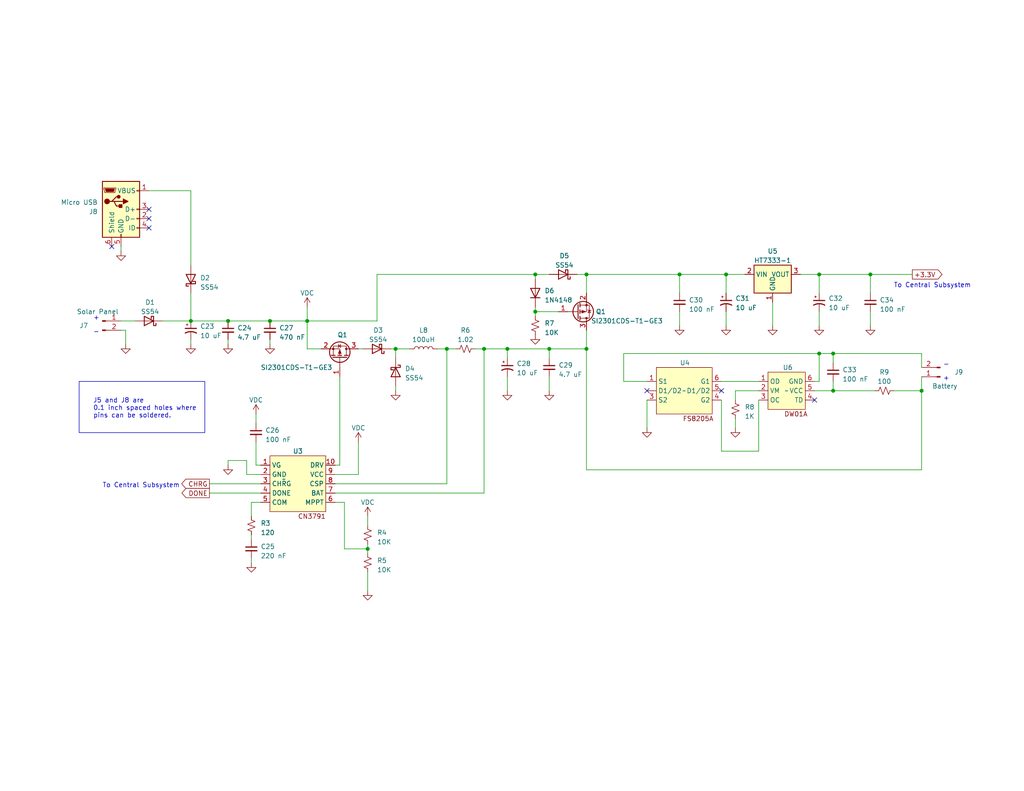
<source format=kicad_sch>
(kicad_sch (version 20230121) (generator eeschema)
  (paper "USLetter")
  (title_block (title "Power Subsystem") (date "2023-09-21") (rev "A.1") (company "NSE Labs"))
  (lib_symbols
    (symbol "Connector:Conn_01x02_Pin" (pin_names (offset 1.016) hide)
      (property "Reference" "J" (at 0 2.54 0))
      (property "Value" "Conn_01x02_Pin" (at 0 -5.08 0))
      (symbol "Conn_01x02_Pin_1_1"
        (polyline (pts (xy 1.27 -2.54) (xy 0.8636 -2.54)) (stroke (width 0.1524)))
        (polyline (pts (xy 1.27 0) (xy 0.8636 0)) (stroke (width 0.1524)))
        (rectangle (start 0.8636 -2.413) (end 0 -2.667) (stroke (width 0.1524)) (fill (type outline)))
        (rectangle (start 0.8636 0.127) (end 0 -0.127) (stroke (width 0.1524)) (fill (type outline)))
        (pin passive line (at 5.08 0 180) (length 3.81) (name "Pin_1") (number "1"))
        (pin passive line (at 5.08 -2.54 180) (length 3.81) (name "Pin_2") (number "2"))
      )
    )
    (symbol "Connector:USB_B_Micro" (pin_names (offset 1.016))
      (property "Reference" "J" (at -5.08 11.43 0))
      (property "Value" "USB_B_Micro" (at -5.08 8.89 0))
      (symbol "USB_B_Micro_0_1"
        (rectangle (start -5.08 -7.62) (end 5.08 7.62) (stroke (width 0.254)) (fill (type background)))
        (circle (center -3.81 2.159) (radius 0.635) (stroke (width 0.254)) (fill (type outline)))
        (circle (center -0.635 3.429) (radius 0.381) (stroke (width 0.254)) (fill (type outline)))
        (rectangle (start -0.127 -7.62) (end 0.127 -6.858))
        (polyline (pts (xy -1.905 2.159) (xy 0.635 2.159)) (stroke (width 0.254)))
        (polyline (pts (xy -3.175 2.159) (xy -2.54 2.159) (xy -1.27 3.429) (xy -0.635 3.429)) (stroke (width 0.254)))
        (polyline (pts (xy -2.54 2.159) (xy -1.905 2.159) (xy -1.27 0.889) (xy 0 0.889)) (stroke (width 0.254)))
        (polyline (pts (xy 0.635 2.794) (xy 0.635 1.524) (xy 1.905 2.159) (xy 0.635 2.794)) (stroke (width 0.254)) (fill (type outline)))
        (polyline (pts (xy -4.318 5.588) (xy -1.778 5.588) (xy -2.032 4.826) (xy -4.064 4.826) (xy -4.318 5.588)) (fill (type outline)))
        (polyline (pts (xy -4.699 5.842) (xy -4.699 5.588) (xy -4.445 4.826) (xy -4.445 4.572) (xy -1.651 4.572) (xy -1.651 4.826) (xy -1.397 5.588) (xy -1.397 5.842) (xy -4.699 5.842)))
        (rectangle (start 0.254 1.27) (end -0.508 0.508) (stroke (width 0.254)) (fill (type outline)))
        (rectangle (start 5.08 -5.207) (end 4.318 -4.953))
        (rectangle (start 5.08 -2.667) (end 4.318 -2.413))
        (rectangle (start 5.08 -0.127) (end 4.318 0.127))
        (rectangle (start 5.08 4.953) (end 4.318 5.207))
      )
      (symbol "USB_B_Micro_1_1"
        (pin power_out line (at 7.62 5.08 180) (length 2.54) (name "VBUS") (number "1"))
        (pin bidirectional line (at 7.62 -2.54 180) (length 2.54) (name "D-") (number "2"))
        (pin bidirectional line (at 7.62 0 180) (length 2.54) (name "D+") (number "3"))
        (pin passive line (at 7.62 -5.08 180) (length 2.54) (name "ID") (number "4"))
        (pin power_out line (at 0 -10.16 90) (length 2.54) (name "GND") (number "5"))
        (pin passive line (at -2.54 -10.16 90) (length 2.54) (name "Shield") (number "6"))
      )
    )
    (symbol "Device:C_Polarized_Small_US" (pin_numbers hide) (pin_names (offset 0.254) hide)
      (property "Reference" "C" (at 0.254 1.778 0))
      (property "Value" "C_Polarized_Small_US" (at 0.254 -2.032 0))
      (symbol "C_Polarized_Small_US_0_1"
        (polyline (pts (xy -1.524 0.508) (xy 1.524 0.508)) (stroke (width 0.3048)))
        (polyline (pts (xy -1.27 1.524) (xy -0.762 1.524)))
        (polyline (pts (xy -1.016 1.27) (xy -1.016 1.778)))
        (arc (start 1.524 -0.762) (mid 0 -0.3734) (end -1.524 -0.762) (stroke (width 0.3048)))
      )
      (symbol "C_Polarized_Small_US_1_1"
        (pin passive line (at 0 2.54 270) (length 2.032) (name "~") (number "1"))
        (pin passive line (at 0 -2.54 90) (length 2.032) (name "~") (number "2"))
      )
    )
    (symbol "Device:C_Small" (pin_numbers hide) (pin_names (offset 0.254) hide)
      (property "Reference" "C" (at 0.254 1.778 0))
      (property "Value" "C_Small" (at 0.254 -2.032 0))
      (symbol "C_Small_0_1"
        (polyline (pts (xy -1.524 -0.508) (xy 1.524 -0.508)) (stroke (width 0.3302)))
        (polyline (pts (xy -1.524 0.508) (xy 1.524 0.508)) (stroke (width 0.3048)))
      )
      (symbol "C_Small_1_1"
        (pin passive line (at 0 2.54 270) (length 2.032) (name "~") (number "1"))
        (pin passive line (at 0 -2.54 90) (length 2.032) (name "~") (number "2"))
      )
    )
    (symbol "Device:D_Schottky" (pin_numbers hide) (pin_names (offset 1.016) hide)
      (property "Reference" "D" (at 0 2.54 0))
      (property "Value" "D_Schottky" (at 0 -2.54 0))
      (symbol "D_Schottky_0_1"
        (polyline (pts (xy 1.27 0) (xy -1.27 0)))
        (polyline (pts (xy 1.27 1.27) (xy 1.27 -1.27) (xy -1.27 0) (xy 1.27 1.27)) (stroke (width 0.254)))
        (polyline (pts (xy -1.905 0.635) (xy -1.905 1.27) (xy -1.27 1.27) (xy -1.27 -1.27) (xy -0.635 -1.27) (xy -0.635 -0.635)) (stroke (width 0.254)))
      )
      (symbol "D_Schottky_1_1"
        (pin passive line (at -3.81 0 0) (length 2.54) (name "K") (number "1"))
        (pin passive line (at 3.81 0 180) (length 2.54) (name "A") (number "2"))
      )
    )
    (symbol "Device:L" (pin_numbers hide) (pin_names (offset 1.016) hide)
      (property "Reference" "L" (at -1.27 0 90))
      (property "Value" "L" (at 1.905 0 90))
      (symbol "L_0_1"
        (arc (start 0 -2.54) (mid 0.6323 -1.905) (end 0 -1.27))
        (arc (start 0 -1.27) (mid 0.6323 -0.635) (end 0 0))
        (arc (start 0 0) (mid 0.6323 0.635) (end 0 1.27))
        (arc (start 0 1.27) (mid 0.6323 1.905) (end 0 2.54))
      )
      (symbol "L_1_1"
        (pin passive line (at 0 3.81 270) (length 1.27) (name "1") (number "1"))
        (pin passive line (at 0 -3.81 90) (length 1.27) (name "2") (number "2"))
      )
    )
    (symbol "Device:R_Small_US" (pin_numbers hide) (pin_names (offset 0.254) hide)
      (property "Reference" "R" (at 0.762 0.508 0))
      (property "Value" "R_Small_US" (at 0.762 -1.016 0))
      (symbol "R_Small_US_1_1"
        (polyline (pts (xy 0 0) (xy 1.016 -0.381) (xy 0 -0.762) (xy -1.016 -1.143) (xy 0 -1.524)))
        (polyline (pts (xy 0 1.524) (xy 1.016 1.143) (xy 0 0.762) (xy -1.016 0.381) (xy 0 0)))
        (pin passive line (at 0 2.54 270) (length 1.016) (name "~") (number "1"))
        (pin passive line (at 0 -2.54 90) (length 1.016) (name "~") (number "2"))
      )
    )
    (symbol "Diode:1N4148" (pin_numbers hide) (pin_names hide)
      (property "Reference" "D" (at 0 2.54 0))
      (property "Value" "1N4148" (at 0 -2.54 0))
      (symbol "1N4148_0_1"
        (polyline (pts (xy -1.27 1.27) (xy -1.27 -1.27)) (stroke (width 0.254)))
        (polyline (pts (xy 1.27 0) (xy -1.27 0)))
        (polyline (pts (xy 1.27 1.27) (xy 1.27 -1.27) (xy -1.27 0) (xy 1.27 1.27)) (stroke (width 0.254)))
      )
      (symbol "1N4148_1_1"
        (pin passive line (at -3.81 0 0) (length 2.54) (name "K") (number "1"))
        (pin passive line (at 3.81 0 180) (length 2.54) (name "A") (number "2"))
      )
    )
    (symbol "Regulator_Linear:HT75xx-1-SOT89"
      (property "Reference" "U" (at -5.08 -3.81 0))
      (property "Value" "HT75xx-1-SOT89" (at 0 6.35 0))
      (symbol "HT75xx-1-SOT89_0_1"
        (rectangle (start -5.08 5.08) (end 5.08 -2.54) (stroke (width 0.254)) (fill (type background)))
      )
      (symbol "HT75xx-1-SOT89_1_1"
        (pin power_in line (at 0 -5.08 90) (length 2.54) (name "GND") (number "1"))
        (pin power_in line (at -7.62 2.54 0) (length 2.54) (name "VIN") (number "2"))
        (pin power_out line (at 7.62 2.54 180) (length 2.54) (name "VOUT") (number "3"))
      )
    )
    (symbol "Transistor_FET:Si2319CDS" (pin_names hide)
      (property "Reference" "Q" (at 5.08 1.905 0))
      (property "Value" "Si2319CDS" (at 5.08 0 0))
      (symbol "Si2319CDS_0_1"
        (polyline (pts (xy 0.254 0) (xy -2.54 0)))
        (polyline (pts (xy 0.254 1.905) (xy 0.254 -1.905)) (stroke (width 0.254)))
        (polyline (pts (xy 0.762 -1.27) (xy 0.762 -2.286)) (stroke (width 0.254)))
        (polyline (pts (xy 0.762 0.508) (xy 0.762 -0.508)) (stroke (width 0.254)))
        (polyline (pts (xy 0.762 2.286) (xy 0.762 1.27)) (stroke (width 0.254)))
        (polyline (pts (xy 2.54 2.54) (xy 2.54 1.778)))
        (polyline (pts (xy 2.54 -2.54) (xy 2.54 0) (xy 0.762 0)))
        (polyline (pts (xy 0.762 1.778) (xy 3.302 1.778) (xy 3.302 -1.778) (xy 0.762 -1.778)))
        (polyline (pts (xy 2.286 0) (xy 1.27 0.381) (xy 1.27 -0.381) (xy 2.286 0)) (fill (type outline)))
        (polyline (pts (xy 2.794 -0.508) (xy 2.921 -0.381) (xy 3.683 -0.381) (xy 3.81 -0.254)))
        (polyline (pts (xy 3.302 -0.381) (xy 2.921 0.254) (xy 3.683 0.254) (xy 3.302 -0.381)))
        (circle (center 1.651 0) (radius 2.794) (stroke (width 0.254)))
        (circle (center 2.54 -1.778) (radius 0.254) (fill (type outline)))
        (circle (center 2.54 1.778) (radius 0.254) (fill (type outline)))
      )
      (symbol "Si2319CDS_1_1"
        (pin input line (at -5.08 0 0) (length 2.54) (name "G") (number "1"))
        (pin passive line (at 2.54 -5.08 90) (length 2.54) (name "S") (number "2"))
        (pin passive line (at 2.54 5.08 270) (length 2.54) (name "D") (number "3"))
      )
    )
    (symbol "Wireless Sensors:CN3791"
      (property "Reference" "U" (at -5.08 10.16 0))
      (symbol "CN3791_1_1"
        (rectangle (start -7.62 7.62) (end 7.62 -7.62) (fill (type background)))
        (text "CN3791" (at 3.81 -8.89 0) (effects (font (size 1.27 1.27))))
        (pin power_out line (at -10.16 5.08 0) (length 2.54) (name "VG") (number "1"))
        (pin output line (at 10.16 5.08 180) (length 2.54) (name "DRV") (number "10"))
        (pin power_in line (at -10.16 2.54 0) (length 2.54) (name "GND") (number "2"))
        (pin output line (at -10.16 0 0) (length 2.54) (name "CHRG") (number "3"))
        (pin output line (at -10.16 -2.54 0) (length 2.54) (name "DONE") (number "4"))
        (pin input line (at -10.16 -5.08 0) (length 2.54) (name "COM") (number "5"))
        (pin bidirectional line (at 10.16 -5.08 180) (length 2.54) (name "MPPT") (number "6"))
        (pin input line (at 10.16 -2.54 180) (length 2.54) (name "BAT") (number "7"))
        (pin input line (at 10.16 0 180) (length 2.54) (name "CSP") (number "8"))
        (pin power_in line (at 10.16 2.54 180) (length 2.54) (name "VCC") (number "9"))
      )
    )
    (symbol "Wireless Sensors:DW01A"
      (property "Reference" "U" (at 0 6.35 0))
      (symbol "DW01A_1_1"
        (rectangle (start -5.08 5.08) (end 5.08 -5.08) (fill (type background)))
        (text "DW01A" (at 2.54 -6.35 0) (effects (font (size 1.27 1.27))))
        (pin output line (at -7.62 2.54 0) (length 2.54) (name "OD") (number "1"))
        (pin input line (at -7.62 0 0) (length 2.54) (name "VM") (number "2"))
        (pin output line (at -7.62 -2.54 0) (length 2.54) (name "OC") (number "3"))
        (pin output line (at 7.62 -2.54 180) (length 2.54) (name "TD") (number "4"))
        (pin power_in line (at 7.62 0 180) (length 2.54) (name "VCC") (number "5"))
        (pin power_in line (at 7.62 2.54 180) (length 2.54) (name "GND") (number "6"))
      )
    )
    (symbol "Wireless Sensors:FS8205A"
      (property "Reference" "U" (at 0 7.62 0))
      (symbol "FS8205A_1_1"
        (rectangle (start -7.62 6.35) (end 7.62 -6.35) (fill (type background)))
        (text "FS8205A" (at 3.81 -7.62 0) (effects (font (size 1.27 1.27))))
        (pin bidirectional line (at -10.16 0 0) (length 2.54) (name "D1/D2") (number ""))
        (pin bidirectional line (at -10.16 2.54 0) (length 2.54) (name "S1") (number "1"))
        (pin bidirectional line (at -10.16 -2.54 0) (length 2.54) (name "S2") (number "3"))
        (pin input line (at 10.16 -2.54 180) (length 2.54) (name "G2") (number "4"))
        (pin bidirectional line (at 10.16 0 180) (length 2.54) (name "D1/D2") (number "5"))
        (pin input line (at 10.16 2.54 180) (length 2.54) (name "G1") (number "6"))
      )
    )
    (symbol "power:GND" (power) (pin_names (offset 0))
      (property "Value" "GND" (at 0 -3.81 0))
      (symbol "GND_0_1"
        (polyline (pts (xy 0 0) (xy 0 -1.27) (xy 1.27 -1.27) (xy 0 -2.54) (xy -1.27 -1.27) (xy 0 -1.27)))
      )
      (symbol "GND_1_1"
        (pin power_in line (at 0 0 270) (length 0) hide (name "GND") (number "1"))
      )
    )
    (symbol "power:VDC" (power) (pin_names (offset 0))
      (property "Value" "VDC" (at 0 6.35 0))
      (symbol "VDC_0_1"
        (polyline (pts (xy -0.762 1.27) (xy 0 2.54)))
        (polyline (pts (xy 0 0) (xy 0 2.54)))
        (polyline (pts (xy 0 2.54) (xy 0.762 1.27)))
      )
      (symbol "VDC_1_1"
        (pin power_in line (at 0 0 90) (length 0) hide (name "VDC") (number "1"))
      )
    )
  )
  (junction (at 83.82 87.63))
  (junction (at 62.23 87.63))
  (junction (at 227.33 106.68))
  (junction (at 121.92 95.25))
  (junction (at 223.52 96.52))
  (junction (at 146.05 85.09))
  (junction (at 198.12 74.93))
  (junction (at 251.46 106.68))
  (junction (at 160.02 74.93))
  (junction (at 146.05 74.93))
  (junction (at 227.33 96.52))
  (junction (at 237.49 74.93))
  (junction (at 73.66 87.63))
  (junction (at 185.42 74.93))
  (junction (at 149.86 95.25))
  (junction (at 160.02 95.25))
  (junction (at 52.07 87.63))
  (junction (at 107.95 95.25))
  (junction (at 132.08 95.25))
  (junction (at 100.33 149.86))
  (junction (at 138.43 95.25))
  (junction (at 223.52 74.93))
  (no_connect (at 40.64 57.15))
  (no_connect (at 40.64 59.69))
  (no_connect (at 40.64 62.23))
  (no_connect (at 30.48 67.31))
  (no_connect (at 176.53 106.68))
  (no_connect (at 196.85 106.68))
  (no_connect (at 222.25 109.22))
  (wire (pts (xy 62.23 87.63) (xy 73.66 87.63)))
  (wire (pts (xy 71.12 137.16) (xy 68.58 137.16)))
  (wire (pts (xy 185.42 85.09) (xy 185.42 88.9)))
  (wire (pts (xy 198.12 74.93) (xy 198.12 80.01)))
  (wire (pts (xy 100.33 148.59) (xy 100.33 149.86)))
  (wire (pts (xy 227.33 96.52) (xy 227.33 99.06)))
  (wire (pts (xy 223.52 85.09) (xy 223.52 88.9)))
  (wire (pts (xy 152.4 85.09) (xy 146.05 85.09)))
  (wire (pts (xy 68.58 152.4) (xy 68.58 153.67)))
  (wire (pts (xy 185.42 74.93) (xy 185.42 80.01)))
  (wire (pts (xy 237.49 74.93) (xy 248.92 74.93)))
  (wire (pts (xy 57.15 134.62) (xy 71.12 134.62)))
  (wire (pts (xy 121.92 132.08) (xy 121.92 95.25)))
  (wire (pts (xy 138.43 95.25) (xy 138.43 97.79)))
  (wire (pts (xy 138.43 102.87) (xy 138.43 106.68)))
  (wire (pts (xy 33.02 87.63) (xy 36.83 87.63)))
  (wire (pts (xy 119.38 95.25) (xy 121.92 95.25)))
  (wire (pts (xy 227.33 96.52) (xy 251.46 96.52)))
  (wire (pts (xy 107.95 105.41) (xy 107.95 106.68)))
  (wire (pts (xy 93.98 149.86) (xy 100.33 149.86)))
  (wire (pts (xy 62.23 92.71) (xy 62.23 93.98)))
  (wire (pts (xy 71.12 127) (xy 69.85 127)))
  (wire (pts (xy 170.18 96.52) (xy 223.52 96.52)))
  (wire (pts (xy 62.23 125.73) (xy 62.23 127)))
  (wire (pts (xy 218.44 74.93) (xy 223.52 74.93)))
  (wire (pts (xy 227.33 106.68) (xy 238.76 106.68)))
  (wire (pts (xy 237.49 74.93) (xy 237.49 80.01)))
  (wire (pts (xy 146.05 74.93) (xy 146.05 76.2)))
  (wire (pts (xy 100.33 156.21) (xy 100.33 161.29)))
  (wire (pts (xy 237.49 85.09) (xy 237.49 88.9)))
  (wire (pts (xy 196.85 109.22) (xy 196.85 123.19)))
  (wire (pts (xy 91.44 137.16) (xy 93.98 137.16)))
  (wire (pts (xy 100.33 140.97) (xy 100.33 143.51)))
  (wire (pts (xy 71.12 129.54) (xy 67.31 129.54)))
  (wire (pts (xy 68.58 146.05) (xy 68.58 147.32)))
  (wire (pts (xy 92.71 127) (xy 91.44 127)))
  (wire (pts (xy 97.79 120.65) (xy 97.79 129.54)))
  (wire (pts (xy 198.12 85.09) (xy 198.12 88.9)))
  (wire (pts (xy 93.98 137.16) (xy 93.98 149.86)))
  (wire (pts (xy 160.02 128.27) (xy 251.46 128.27)))
  (wire (pts (xy 107.95 95.25) (xy 111.76 95.25)))
  (wire (pts (xy 207.01 123.19) (xy 196.85 123.19)))
  (wire (pts (xy 149.86 97.79) (xy 149.86 95.25)))
  (wire (pts (xy 223.52 74.93) (xy 223.52 80.01)))
  (wire (pts (xy 210.82 82.55) (xy 210.82 88.9)))
  (wire (pts (xy 121.92 95.25) (xy 124.46 95.25)))
  (wire (pts (xy 83.82 87.63) (xy 83.82 95.25)))
  (wire (pts (xy 207.01 109.22) (xy 207.01 123.19)))
  (wire (pts (xy 91.44 129.54) (xy 97.79 129.54)))
  (wire (pts (xy 34.29 90.17) (xy 34.29 93.98)))
  (wire (pts (xy 52.07 52.07) (xy 52.07 72.39)))
  (wire (pts (xy 132.08 95.25) (xy 138.43 95.25)))
  (wire (pts (xy 138.43 95.25) (xy 149.86 95.25)))
  (wire (pts (xy 176.53 104.14) (xy 170.18 104.14)))
  (wire (pts (xy 160.02 74.93) (xy 160.02 80.01)))
  (wire (pts (xy 67.31 125.73) (xy 62.23 125.73)))
  (wire (pts (xy 83.82 87.63) (xy 102.87 87.63)))
  (wire (pts (xy 223.52 74.93) (xy 237.49 74.93)))
  (wire (pts (xy 243.84 106.68) (xy 251.46 106.68)))
  (wire (pts (xy 132.08 134.62) (xy 132.08 95.25)))
  (wire (pts (xy 200.66 114.3) (xy 200.66 116.84)))
  (wire (pts (xy 97.79 95.25) (xy 99.06 95.25)))
  (wire (pts (xy 57.15 132.08) (xy 71.12 132.08)))
  (wire (pts (xy 52.07 80.01) (xy 52.07 87.63)))
  (wire (pts (xy 146.05 85.09) (xy 146.05 86.36)))
  (wire (pts (xy 91.44 132.08) (xy 121.92 132.08)))
  (wire (pts (xy 52.07 87.63) (xy 62.23 87.63)))
  (wire (pts (xy 149.86 102.87) (xy 149.86 106.68)))
  (wire (pts (xy 69.85 120.65) (xy 69.85 127)))
  (wire (pts (xy 102.87 74.93) (xy 146.05 74.93)))
  (wire (pts (xy 146.05 83.82) (xy 146.05 85.09)))
  (wire (pts (xy 83.82 83.82) (xy 83.82 87.63)))
  (wire (pts (xy 73.66 92.71) (xy 73.66 93.98)))
  (wire (pts (xy 198.12 74.93) (xy 203.2 74.93)))
  (wire (pts (xy 160.02 95.25) (xy 160.02 128.27)))
  (wire (pts (xy 223.52 96.52) (xy 227.33 96.52)))
  (wire (pts (xy 106.68 95.25) (xy 107.95 95.25)))
  (wire (pts (xy 52.07 92.71) (xy 52.07 93.98)))
  (wire (pts (xy 33.02 67.31) (xy 33.02 68.58)))
  (wire (pts (xy 200.66 106.68) (xy 207.01 106.68)))
  (wire (pts (xy 33.02 90.17) (xy 34.29 90.17)))
  (wire (pts (xy 92.71 102.87) (xy 92.71 127)))
  (wire (pts (xy 200.66 106.68) (xy 200.66 109.22)))
  (wire (pts (xy 227.33 104.14) (xy 227.33 106.68)))
  (wire (pts (xy 40.64 52.07) (xy 52.07 52.07)))
  (wire (pts (xy 107.95 97.79) (xy 107.95 95.25)))
  (wire (pts (xy 67.31 129.54) (xy 67.31 125.73)))
  (wire (pts (xy 251.46 102.87) (xy 251.46 106.68)))
  (wire (pts (xy 73.66 87.63) (xy 83.82 87.63)))
  (wire (pts (xy 222.25 104.14) (xy 223.52 104.14)))
  (wire (pts (xy 176.53 109.22) (xy 176.53 116.84)))
  (wire (pts (xy 68.58 137.16) (xy 68.58 140.97)))
  (wire (pts (xy 149.86 95.25) (xy 160.02 95.25)))
  (wire (pts (xy 91.44 134.62) (xy 132.08 134.62)))
  (wire (pts (xy 170.18 104.14) (xy 170.18 96.52)))
  (wire (pts (xy 157.48 74.93) (xy 160.02 74.93)))
  (wire (pts (xy 223.52 104.14) (xy 223.52 96.52)))
  (wire (pts (xy 129.54 95.25) (xy 132.08 95.25)))
  (wire (pts (xy 196.85 104.14) (xy 207.01 104.14)))
  (wire (pts (xy 251.46 106.68) (xy 251.46 128.27)))
  (wire (pts (xy 100.33 149.86) (xy 100.33 151.13)))
  (wire (pts (xy 146.05 74.93) (xy 149.86 74.93)))
  (wire (pts (xy 251.46 96.52) (xy 251.46 100.33)))
  (wire (pts (xy 160.02 90.17) (xy 160.02 95.25)))
  (wire (pts (xy 160.02 74.93) (xy 185.42 74.93)))
  (wire (pts (xy 185.42 74.93) (xy 198.12 74.93)))
  (wire (pts (xy 69.85 113.03) (xy 69.85 115.57)))
  (wire (pts (xy 44.45 87.63) (xy 52.07 87.63)))
  (wire (pts (xy 87.63 95.25) (xy 83.82 95.25)))
  (wire (pts (xy 102.87 74.93) (xy 102.87 87.63)))
  (wire (pts (xy 222.25 106.68) (xy 227.33 106.68)))
  (rectangle (start 21.59 104.14) (end 55.88 118.11))
  (text "-" (at 25.4 91.44 0) (effects (font (size 1.27 1.27)) (justify left bottom)))
  (text "J5 and J8 are\n0.1 inch spaced holes where\npins can be soldered." (at 25.4 114.3 0) (effects (font (size 1.27 1.27)) (justify left bottom)))
  (text "-" (at 259.08 100.33 0) (effects (font (size 1.27 1.27)) (justify right bottom)))
  (text "To Central Subsystem" (at 243.84 78.74 0) (effects (font (size 1.27 1.27)) (justify left bottom)))
  (text "+" (at 259.08 104.14 0) (effects (font (size 1.27 1.27)) (justify right bottom)))
  (text "To Central Subsystem" (at 27.94 133.35 0) (effects (font (size 1.27 1.27)) (justify left bottom)))
  (text "+" (at 25.4 87.63 0) (effects (font (size 1.27 1.27)) (justify left bottom)))
  (global_label "CHRG" (shape output) (at 57.15 132.08 180) (property "Intersheetrefs" "${INTERSHEET_REFS}" (effects hide)))
  (global_label "DONE" (shape output) (at 57.15 134.62 180) (property "Intersheetrefs" "${INTERSHEET_REFS}" (effects hide)))
  (global_label "+3.3V" (shape output) (at 248.92 74.93 0) (property "Intersheetrefs" "${INTERSHEET_REFS}" (effects hide)))
  (symbol (lib_id "power:VDC") (at 97.79 120.65 0) (unit 1)
    (property "Reference" "#PWR044" (effects hide))
    (property "Value" "VDC" (at 97.79 116.84 0))
  )
  (symbol (lib_id "power:GND") (at 223.52 88.9 0) (unit 1)
    (property "Reference" "#PWR056" (effects hide))
    (property "Value" "GND" (effects hide))
  )
  (symbol (lib_id "Device:R_Small_US") (at 127 95.25 90) (unit 1)
    (property "Reference" "R6" (at 127 90.17 90))
    (property "Value" "1.02" (at 127 92.71 90))
  )
  (symbol (lib_id "Regulator_Linear:HT75xx-1-SOT89") (at 210.82 77.47 0) (unit 1)
    (property "Reference" "U5" (at 210.82 68.58 0))
    (property "Value" "HT7333-1" (at 210.82 71.12 0))
    (property "Footprint" "Package_TO_SOT_SMD:SOT-89-3" (effects hide))
    (property "Datasheet" "https://www.holtek.com/documents/10179/116711/HT75xx-1v250.pdf" (effects hide))
  )
  (symbol (lib_id "power:GND") (at 107.95 106.68 0) (unit 1)
    (property "Reference" "#PWR047" (effects hide))
    (property "Value" "GND" (effects hide))
  )
  (symbol (lib_id "Device:C_Polarized_Small_US") (at 138.43 100.33 0) (unit 1)
    (property "Reference" "C28" (at 140.97 99.2632 0) (effects (justify left)))
    (property "Value" "10 uF" (at 140.97 101.8032 0) (effects (justify left)))
  )
  (symbol (lib_id "Device:L") (at 115.57 95.25 90) (unit 1)
    (property "Reference" "L8" (at 115.57 90.17 90))
    (property "Value" "100uH" (at 115.57 92.71 90))
  )
  (symbol (lib_id "Device:C_Small") (at 73.66 90.17 0) (unit 1)
    (property "Reference" "C27" (at 76.2 89.5413 0) (effects (justify left)))
    (property "Value" "470 nF" (at 76.2 92.0813 0) (effects (justify left)))
  )
  (symbol (lib_id "power:GND") (at 200.66 116.84 0) (unit 1)
    (property "Reference" "#PWR054" (effects hide))
    (property "Value" "GND" (effects hide))
  )
  (symbol (lib_id "power:GND") (at 73.66 93.98 0) (unit 1)
    (property "Reference" "#PWR042" (effects hide))
    (property "Value" "GND" (effects hide))
  )
  (symbol (lib_id "power:GND") (at 62.23 127 0) (unit 1)
    (property "Reference" "#PWR039" (effects hide))
    (property "Value" "GND" (effects hide))
  )
  (symbol (lib_id "Device:C_Small") (at 185.42 82.55 0) (unit 1)
    (property "Reference" "C30" (at 187.96 81.9213 0) (effects (justify left)))
    (property "Value" "100 nF" (at 187.96 84.4613 0) (effects (justify left)))
  )
  (symbol (lib_id "power:GND") (at 100.33 161.29 0) (unit 1)
    (property "Reference" "#PWR046" (effects hide))
    (property "Value" "GND" (effects hide))
  )
  (symbol (lib_id "power:GND") (at 210.82 88.9 0) (unit 1)
    (property "Reference" "#PWR055" (effects hide))
    (property "Value" "GND" (effects hide))
  )
  (symbol (lib_id "Wireless Sensors:DW01A") (at 214.63 106.68 0) (unit 1)
    (property "Reference" "U6" (at 214.953 100.33 0))
    (property "Value" "~" (at 214.63 106.68 0))
  )
  (symbol (lib_id "Device:C_Small") (at 237.49 82.55 0) (unit 1)
    (property "Reference" "C34" (at 240.03 81.9213 0) (effects (justify left)))
    (property "Value" "100 nF" (at 240.03 84.4613 0) (effects (justify left)))
  )
  (symbol (lib_id "power:GND") (at 62.23 93.98 0) (unit 1)
    (property "Reference" "#PWR038" (effects hide))
    (property "Value" "GND" (effects hide))
  )
  (symbol (lib_id "Connector:Conn_01x02_Pin") (at 27.94 87.63 0) (unit 1)
    (property "Reference" "J7" (at 22.86 88.9 0))
    (property "Value" "Solar Panel" (at 26.67 85.09 0))
  )
  (symbol (lib_id "Device:D_Schottky") (at 107.95 101.6 270) (unit 1)
    (property "Reference" "D4" (at 110.49 100.6475 90) (effects (justify left)))
    (property "Value" "SS54" (at 110.49 103.1875 90) (effects (justify left)))
  )
  (symbol (lib_id "power:GND") (at 68.58 153.67 0) (unit 1)
    (property "Reference" "#PWR040" (effects hide))
    (property "Value" "GND" (effects hide))
  )
  (symbol (lib_id "power:VDC") (at 83.82 83.82 0) (unit 1)
    (property "Reference" "#PWR043" (effects hide))
    (property "Value" "VDC" (at 83.82 80.01 0))
  )
  (symbol (lib_id "Device:R_Small_US") (at 68.58 143.51 0) (unit 1)
    (property "Reference" "R3" (at 71.12 142.875 0) (effects (justify left)))
    (property "Value" "120" (at 71.12 145.415 0) (effects (justify left)))
  )
  (symbol (lib_id "Connector:USB_B_Micro") (at 33.02 57.15 0) (unit 1)
    (property "Reference" "J8" (at 26.67 57.785 0) (effects (justify right)))
    (property "Value" "Micro USB" (at 26.67 55.245 0) (effects (justify right)))
    (instances (project "Combined Boards" (path "" (reference "J8") (unit 1))) (project "CPU Development Board" (path "" (reference "J1") (unit 1))))
  )
  (symbol (lib_id "power:GND") (at 185.42 88.9 0) (unit 1)
    (property "Reference" "#PWR052" (effects hide))
    (property "Value" "GND" (effects hide))
  )
  (symbol (lib_id "power:GND") (at 146.05 91.44 0) (unit 1)
    (property "Reference" "#PWR049" (effects hide))
    (property "Value" "GND" (effects hide))
  )
  (symbol (lib_id "power:GND") (at 34.29 93.98 0) (unit 1)
    (property "Reference" "#PWR036" (effects hide))
    (property "Value" "GND" (effects hide))
  )
  (symbol (lib_id "Device:D_Schottky") (at 52.07 76.2 90) (unit 1)
    (property "Reference" "D2" (at 54.61 75.8825 90) (effects (justify right)))
    (property "Value" "SS54" (at 54.61 78.4225 90) (effects (justify right)))
  )
  (symbol (lib_id "power:VDC") (at 69.85 113.03 0) (unit 1)
    (property "Reference" "#PWR041" (effects hide))
    (property "Value" "VDC" (at 69.85 109.22 0))
  )
  (symbol (lib_id "power:GND") (at 52.07 93.98 0) (unit 1)
    (property "Reference" "#PWR037" (effects hide))
    (property "Value" "GND" (effects hide))
  )
  (symbol (lib_id "Diode:1N4148") (at 146.05 80.01 90) (unit 1)
    (property "Reference" "D6" (at 148.59 79.375 90) (effects (justify right)))
    (property "Value" "1N4148" (at 148.59 81.915 90) (effects (justify right)))
    (property "Footprint" "Diode_THT:D_DO-35_SOD27_P7.62mm_Horizontal" (effects hide))
    (property "Datasheet" "https://assets.nexperia.com/documents/data-sheet/1N4148_1N4448.pdf" (effects hide))
    (property "Sim.Device" "D" (effects hide))
    (property "Sim.Pins" "1=K 2=A" (effects hide))
  )
  (symbol (lib_id "Transistor_FET:Si2319CDS") (at 157.48 85.09 0) (mirror x) (unit 1)
    (property "Reference" "Q1" (at 162.56 85.09 0) (effects (justify left)))
    (property "Value" "SI2301CDS-T1-GE3" (at 161.29 87.63 0) (effects (justify left)))
    (property "Footprint" "Package_TO_SOT_SMD:SOT-23" (effects hide))
    (property "Datasheet" "http://www.vishay.com/docs/66709/si2319cd.pdf" (effects hide))
    (instances (project "Combined Boards" (path "" (reference "Q1") (unit 1)) (path "" (reference "Q3") (unit 1))))
  )
  (symbol (lib_id "Device:C_Small") (at 68.58 149.86 0) (unit 1)
    (property "Reference" "C25" (at 71.12 149.2313 0) (effects (justify left)))
    (property "Value" "220 nF" (at 71.12 151.7713 0) (effects (justify left)))
  )
  (symbol (lib_id "power:GND") (at 149.86 106.68 0) (unit 1)
    (property "Reference" "#PWR050" (effects hide))
    (property "Value" "GND" (effects hide))
  )
  (symbol (lib_id "Device:R_Small_US") (at 200.66 111.76 0) (unit 1)
    (property "Reference" "R8" (at 203.2 111.125 0) (effects (justify left)))
    (property "Value" "1K" (at 203.2 113.665 0) (effects (justify left)))
  )
  (symbol (lib_id "power:GND") (at 237.49 88.9 0) (unit 1)
    (property "Reference" "#PWR057" (effects hide))
    (property "Value" "GND" (effects hide))
  )
  (symbol (lib_id "Wireless Sensors:CN3791") (at 81.28 132.08 0) (unit 1)
    (property "Reference" "U3" (at 81.28 123.19 0))
    (property "Value" "~" (at 77.47 130.81 0))
  )
  (symbol (lib_id "Device:C_Polarized_Small_US") (at 198.12 82.55 0) (unit 1)
    (property "Reference" "C31" (at 200.66 81.4832 0) (effects (justify left)))
    (property "Value" "10 uF" (at 200.66 84.0232 0) (effects (justify left)))
  )
  (symbol (lib_id "Device:R_Small_US") (at 241.3 106.68 90) (unit 1)
    (property "Reference" "R9" (at 241.3 101.6 90))
    (property "Value" "100" (at 241.3 104.14 90))
  )
  (symbol (lib_id "power:GND") (at 176.53 116.84 0) (unit 1)
    (property "Reference" "#PWR051" (effects hide))
    (property "Value" "GND" (effects hide))
  )
  (symbol (lib_id "Device:C_Small") (at 62.23 90.17 0) (unit 1)
    (property "Reference" "C24" (at 64.77 89.5413 0) (effects (justify left)))
    (property "Value" "4.7 uF" (at 64.77 92.0813 0) (effects (justify left)))
  )
  (symbol (lib_id "power:GND") (at 33.02 68.58 0) (unit 1)
    (property "Reference" "#PWR035" (effects hide))
    (property "Value" "GND" (effects hide))
  )
  (symbol (lib_id "Device:C_Polarized_Small_US") (at 223.52 82.55 0) (unit 1)
    (property "Reference" "C32" (at 226.06 81.4832 0) (effects (justify left)))
    (property "Value" "10 uF" (at 226.06 84.0232 0) (effects (justify left)))
  )
  (symbol (lib_id "Connector:Conn_01x02_Pin") (at 256.54 102.87 180) (unit 1)
    (property "Reference" "J9" (at 261.62 101.6 0))
    (property "Value" "Battery" (at 257.81 105.41 0))
  )
  (symbol (lib_id "Device:C_Small") (at 149.86 100.33 0) (unit 1)
    (property "Reference" "C29" (at 152.4 99.7013 0) (effects (justify left)))
    (property "Value" "4.7 uF" (at 152.4 102.2413 0) (effects (justify left)))
  )
  (symbol (lib_id "Device:R_Small_US") (at 146.05 88.9 0) (unit 1)
    (property "Reference" "R7" (at 148.59 88.265 0) (effects (justify left)))
    (property "Value" "10K" (at 148.59 90.805 0) (effects (justify left)))
  )
  (symbol (lib_id "Device:C_Polarized_Small_US") (at 52.07 90.17 0) (unit 1)
    (property "Reference" "C23" (at 54.61 89.1032 0) (effects (justify left)))
    (property "Value" "10 uF" (at 54.61 91.6432 0) (effects (justify left)))
  )
  (symbol (lib_id "Device:R_Small_US") (at 100.33 153.67 0) (unit 1)
    (property "Reference" "R5" (at 102.87 153.035 0) (effects (justify left)))
    (property "Value" "10K" (at 102.87 155.575 0) (effects (justify left)))
  )
  (symbol (lib_id "Device:D_Schottky") (at 102.87 95.25 180) (unit 1)
    (property "Reference" "D3" (at 103.1875 90.17 0))
    (property "Value" "SS54" (at 103.1875 92.71 0))
  )
  (symbol (lib_id "Transistor_FET:Si2319CDS") (at 92.71 97.79 270) (mirror x) (unit 1)
    (property "Reference" "Q1" (at 92.075 91.44 90) (effects (justify left)))
    (property "Value" "SI2301CDS-T1-GE3" (at 71.12 100.33 90) (effects (justify left)))
    (property "Footprint" "Package_TO_SOT_SMD:SOT-23" (effects hide))
    (property "Datasheet" "http://www.vishay.com/docs/66709/si2319cd.pdf" (effects hide))
    (instances (project "Combined Boards" (path "" (reference "Q1") (unit 1)) (path "" (reference "Q2") (unit 1))))
  )
  (symbol (lib_id "power:VDC") (at 100.33 140.97 0) (unit 1)
    (property "Reference" "#PWR045" (effects hide))
    (property "Value" "VDC" (at 100.33 137.16 0))
  )
  (symbol (lib_id "Device:D_Schottky") (at 40.64 87.63 180) (unit 1)
    (property "Reference" "D1" (at 40.9575 82.55 0))
    (property "Value" "SS54" (at 40.9575 85.09 0))
  )
  (symbol (lib_id "power:GND") (at 198.12 88.9 0) (unit 1)
    (property "Reference" "#PWR053" (effects hide))
    (property "Value" "GND" (effects hide))
  )
  (symbol (lib_id "Device:D_Schottky") (at 153.67 74.93 180) (unit 1)
    (property "Reference" "D5" (at 153.9875 69.85 0))
    (property "Value" "SS54" (at 153.9875 72.39 0))
  )
  (symbol (lib_id "Device:R_Small_US") (at 100.33 146.05 0) (unit 1)
    (property "Reference" "R4" (at 102.87 145.415 0) (effects (justify left)))
    (property "Value" "10K" (at 102.87 147.955 0) (effects (justify left)))
  )
  (symbol (lib_id "Device:C_Small") (at 227.33 101.6 0) (unit 1)
    (property "Reference" "C33" (at 229.87 100.9713 0) (effects (justify left)))
    (property "Value" "100 nF" (at 229.87 103.5113 0) (effects (justify left)))
  )
  (symbol (lib_id "power:GND") (at 138.43 106.68 0) (unit 1)
    (property "Reference" "#PWR048" (effects hide))
    (property "Value" "GND" (effects hide))
  )
  (symbol (lib_id "Wireless Sensors:FS8205A") (at 186.69 106.68 0) (unit 1)
    (property "Reference" "U4" (at 186.8769 99.06 0))
    (property "Value" "~" (at 186.69 106.68 0))
  )
  (symbol (lib_id "Device:C_Small") (at 69.85 118.11 0) (unit 1)
    (property "Reference" "C26" (at 72.39 117.4813 0) (effects (justify left)))
    (property "Value" "100 nF" (at 72.39 120.0213 0) (effects (justify left)))
  )
)
</source>
